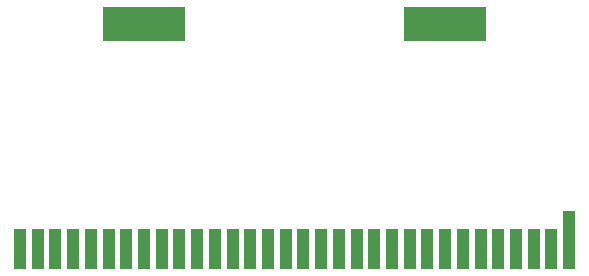
<source format=gbr>
%TF.GenerationSoftware,KiCad,Pcbnew,8.0.1*%
%TF.CreationDate,2024-04-03T17:05:14+02:00*%
%TF.ProjectId,shawazu-gb-dumper,73686177-617a-4752-9d67-622d64756d70,rev?*%
%TF.SameCoordinates,Original*%
%TF.FileFunction,Paste,Top*%
%TF.FilePolarity,Positive*%
%FSLAX46Y46*%
G04 Gerber Fmt 4.6, Leading zero omitted, Abs format (unit mm)*
G04 Created by KiCad (PCBNEW 8.0.1) date 2024-04-03 17:05:14*
%MOMM*%
%LPD*%
G01*
G04 APERTURE LIST*
%ADD10R,1.000000X5.000000*%
%ADD11R,1.000000X3.500000*%
%ADD12R,7.000000X3.000000*%
G04 APERTURE END LIST*
D10*
%TO.C,J1*%
X163250000Y-45250000D03*
D11*
X161750000Y-46000000D03*
X160250000Y-46000000D03*
X158750000Y-46000000D03*
X157250000Y-46000000D03*
X155750000Y-46000000D03*
X154250000Y-46000000D03*
X152750000Y-46000000D03*
X151250000Y-46000000D03*
X149750000Y-46000000D03*
X148250000Y-46000000D03*
X146750000Y-46000000D03*
X145250000Y-46000000D03*
X143750000Y-46000000D03*
X142250000Y-46000000D03*
X140750000Y-46000000D03*
X139250000Y-46000000D03*
X137750000Y-46000000D03*
X136250000Y-46000000D03*
X134750000Y-46000000D03*
X133250000Y-46000000D03*
X131750000Y-46000000D03*
X130250000Y-46000000D03*
X128750000Y-46000000D03*
X127250000Y-46000000D03*
X125750000Y-46000000D03*
X124250000Y-46000000D03*
X122750000Y-46000000D03*
X121250000Y-46000000D03*
X119750000Y-46000000D03*
X118250000Y-46000000D03*
X116750000Y-46000000D03*
D12*
X152750000Y-27000000D03*
X127250000Y-27000000D03*
%TD*%
M02*

</source>
